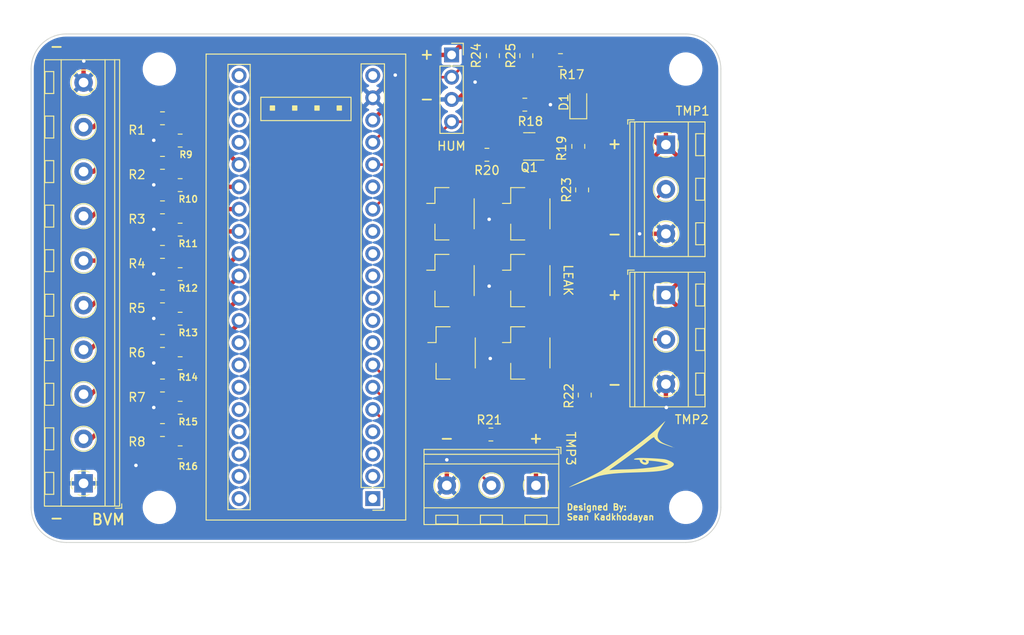
<source format=kicad_pcb>
(kicad_pcb (version 20211014) (generator pcbnew)
  (layers (0 "F.Cu" signal) (31 "B.Cu" power) (34 "B.Paste" user) (35 "F.Paste" user) (36 "B.SilkS" user "B.Silkscreen") (37 "F.SilkS" user "F.Silkscreen") (38 "B.Mask" user) (39 "F.Mask" user) (44 "Edge.Cuts" user))
  (net 0 "")
  (net 1 "GND")
  (net 2 "Net-(D1-Pad2)")
  (net 3 "Net-(J1-Pad2)")
  (net 4 "Net-(J1-Pad3)")
  (net 5 "Net-(J1-Pad4)")
  (net 6 "Net-(J1-Pad5)")
  (net 7 "Net-(J1-Pad6)")
  (net 8 "Net-(J1-Pad7)")
  (net 9 "Net-(J1-Pad8)")
  (net 10 "Net-(J1-Pad9)")
  (net 11 "+5V")
  (net 12 "/SDA")
  (net 13 "/SCL")
  (net 14 "/PB5")
  (net 15 "/PB4")
  (net 16 "/PB3")
  (net 17 "/OUTPUT")
  (net 18 "Net-(Q1-Pad1)")
  (net 19 "SIGNAL")
  (net 20 "Net-(R1-Pad2)")
  (net 21 "Net-(R10-Pad2)")
  (net 22 "Net-(R11-Pad2)")
  (net 23 "Net-(R12-Pad2)")
  (net 24 "Net-(R13-Pad2)")
  (net 25 "Net-(R14-Pad2)")
  (net 26 "Net-(R15-Pad2)")
  (net 27 "Net-(R16-Pad2)")
  (footprint "MountingHole:MountingHole_3.2mm_M3" (layer "F.Cu") (at 108.712 54.61)
    (fp_text reference "H1")
    (fp_text value "MountingHole")
    (pad "" np_thru_hole circle (at 0 0) (size 3.2 3.2) (drill 3.2) (layers F&B.Cu *.Mask))
  )
  (footprint "Resistor_SMD:R_0805_2012Metric_Pad1.20x1.40mm_HandSolder" (layer "F.Cu") (at 111.085 78.01)
    (fp_text reference "R12" (at 0.917 1.6) (layer "F.SilkS") (effects (font (size 0.75 0.75))))
    (fp_text value "1k")
    (pad "1" smd roundrect (at -1 0) (size 1.2 1.4) (layers "F.Cu" "F.Paste" "F.Mask") (roundrect_rratio 0.2083333333) (net 1 "GND"))
    (pad "2" smd roundrect (at 1 0) (size 1.2 1.4) (layers "F.Cu" "F.Paste" "F.Mask") (roundrect_rratio 0.2083333333) (net 23 "Net-(R12-Pad2)"))
  )
  (footprint "Resistor_SMD:R_0805_2012Metric_Pad1.20x1.40mm_HandSolder" (layer "F.Cu") (at 111.085 88.17)
    (fp_text reference "R14" (at 0.917 1.6) (layer "F.SilkS") (effects (font (size 0.75 0.75))))
    (fp_text value "1k")
    (pad "1" smd roundrect (at -1 0) (size 1.2 1.4) (layers "F.Cu" "F.Paste" "F.Mask") (roundrect_rratio 0.2083333333) (net 1 "GND"))
    (pad "2" smd roundrect (at 1 0) (size 1.2 1.4) (layers "F.Cu" "F.Paste" "F.Mask") (roundrect_rratio 0.2083333333) (net 25 "Net-(R14-Pad2)"))
  )
  (footprint "STMBluePill:YAAJ_BluePill_1" (layer "F.Cu") (at 133.04 103.61 180)
    (fp_text reference "U1")
    (fp_text value "STM_Blue_Pill" hide)
    (pad "1" thru_hole rect (at 0 0 180) (size 1.7 1.7) (drill 1) (layers *.Cu *.Mask))
    (pad "2" thru_hole circle (at 0 2.54 180) (size 1.7 1.7) (drill 1) (layers *.Cu *.Mask))
    (pad "3" thru_hole circle (at 0 5.08 180) (size 1.7 1.7) (drill 1) (layers *.Cu *.Mask))
    (pad "4" thru_hole circle (at 0 7.62 180) (size 1.7 1.7) (drill 1) (layers *.Cu *.Mask))
    (pad "5" thru_hole circle (at 0 10.16 180) (size 1.7 1.7) (drill 1) (layers *.Cu *.Mask) (net 16 "/PB3"))
    (pad "6" thru_hole circle (at 0 12.7 180) (size 1.7 1.7) (drill 1) (layers *.Cu *.Mask) (net 15 "/PB4"))
    (pad "7" thru_hole circle (at 0 15.24 180) (size 1.7 1.7) (drill 1) (layers *.Cu *.Mask) (net 14 "/PB5"))
    (pad "8" thru_hole circle (at 0 17.78 180) (size 1.7 1.7) (drill 1) (layers *.Cu *.Mask))
    (pad "9" thru_hole circle (at 0 20.32 180) (size 1.7 1.7) (drill 1) (layers *.Cu *.Mask))
    (pad "10" thru_hole circle (at 0 22.86 180) (size 1.7 1.7) (drill 1) (layers *.Cu *.Mask))
    (pad "11" thru_hole circle (at 0 25.4 180) (size 1.7 1.7) (drill 1) (layers *.Cu *.Mask))
    (pad "12" thru_hole circle (at 0 27.94 180) (size 1.7 1.7) (drill 1) (layers *.Cu *.Mask))
    (pad "13" thru_hole circle (at 0 30.48 180) (size 1.7 1.7) (drill 1) (layers *.Cu *.Mask))
    (pad "14" thru_hole circle (at 0 33.02 180) (size 1.7 1.7) (drill 1) (layers *.Cu *.Mask) (net 19 "SIGNAL"))
    (pad "15" thru_hole circle (at 0 35.56 180) (size 1.7 1.7) (drill 1) (layers *.Cu *.Mask))
    (pad "16" thru_hole circle (at 0 38.1 180) (size 1.7 1.7) (drill 1) (layers *.Cu *.Mask) (net 13 "/SCL"))
    (pad "17" thru_hole circle (at 0 40.64 180) (size 1.7 1.7) (drill 1) (layers *.Cu *.Mask) (net 12 "/SDA"))
    (pad "18" thru_hole circle (at 0 43.18 180) (size 1.7 1.7) (drill 1) (layers *.Cu *.Mask) (net 11 "+5V"))
    (pad "19" thru_hole circle (at 0 45.72 180) (size 1.7 1.7) (drill 1) (layers *.Cu *.Mask) (net 1 "GND"))
    (pad "20" thru_hole circle (at 0 48.26 180) (size 1.7 1.7) (drill 1) (layers *.Cu *.Mask))
    (pad "21" thru_hole circle (at 15.24 48.26 180) (size 1.7 1.7) (drill 1) (layers *.Cu *.Mask))
    (pad "22" thru_hole circle (at 15.24 45.72 180) (size 1.7 1.7) (drill 1) (layers *.Cu *.Mask))
    (pad "23" thru_hole circle (at 15.24 43.18 180) (size 1.7 1.7) (drill 1) (layers *.Cu *.Mask))
    (pad "24" thru_hole circle (at 15.24 40.64 180) (size 1.7 1.7) (drill 1) (layers *.Cu *.Mask))
    (pad "25" thru_hole circle (at 15.24 38.1 180) (size 1.7 1.7) (drill 1) (layers *.Cu *.Mask) (net 20 "Net-(R1-Pad2)"))
    (pad "26" thru_hole circle (at 15.24 35.56 180) (size 1.7 1.7) (drill 1) (layers *.Cu *.Mask) (net 21 "Net-(R10-Pad2)"))
    (pad "27" thru_hole circle (at 15.24 33.02 180) (size 1.7 1.7) (drill 1) (layers *.Cu *.Mask) (net 22 "Net-(R11-Pad2)"))
    (pad "28" thru_hole circle (at 15.24 30.48 180) (size 1.7 1.7) (drill 1) (layers *.Cu *.Mask) (net 23 "Net-(R12-Pad2)"))
    (pad "29" thru_hole circle (at 15.24 27.94 180) (size 1.7 1.7) (drill 1) (layers *.Cu *.Mask) (net 24 "Net-(R13-Pad2)"))
    (pad "30" thru_hole circle (at 15.24 25.4 180) (size 1.7 1.7) (drill 1) (layers *.Cu *.Mask) (net 25 "Net-(R14-Pad2)"))
    (pad "31" thru_hole circle (at 15.24 22.86 180) (size 1.7 1.7) (drill 1) (layers *.Cu *.Mask) (net 26 "Net-(R15-Pad2)"))
    (pad "32" thru_hole circle (at 15.24 20.32 180) (size 1.7 1.7) (drill 1) (layers *.Cu *.Mask) (net 27 "Net-(R16-Pad2)"))
    (pad "33" thru_hole circle (at 15.24 17.78 180) (size 1.7 1.7) (drill 1) (layers *.Cu *.Mask))
    (pad "34" thru_hole circle (at 15.24 15.24 180) (size 1.7 1.7) (drill 1) (layers *.Cu *.Mask))
    (pad "35" thru_hole circle (at 15.24 12.7 180) (size 1.7 1.7) (drill 1) (layers *.Cu *.Mask))
    (pad "36" thru_hole circle (at 15.24 10.16 180) (size 1.7 1.7) (drill 1) (layers *.Cu *.Mask))
    (pad "37" thru_hole circle (at 15.24 7.62 180) (size 1.7 1.7) (drill 1) (layers *.Cu *.Mask))
    (pad "38" thru_hole circle (at 15.24 5.08 180) (size 1.7 1.7) (drill 1) (layers *.Cu *.Mask))
    (pad "39" thru_hole circle (at 15.24 2.54 180) (size 1.7 1.7) (drill 1) (layers *.Cu *.Mask))
    (pad "40" thru_hole circle (at 15.24 0 180) (size 1.7 1.7) (drill 1) (layers *.Cu *.Mask))
  )
  (footprint "Resistor_SMD:R_0805_2012Metric_Pad1.20x1.40mm_HandSolder" (layer "F.Cu") (at 109.07 60.23)
    (fp_text reference "R1" (at -2.91 1.346) (layer "F.SilkS"))
    (fp_text value "1k")
    (pad "1" smd roundrect (at -1 0) (size 1.2 1.4) (layers "F.Cu" "F.Paste" "F.Mask") (roundrect_rratio 0.2083333333) (net 10 "Net-(J1-Pad9)"))
    (pad "2" smd roundrect (at 1 0) (size 1.2 1.4) (layers "F.Cu" "F.Paste" "F.Mask") (roundrect_rratio 0.2083333333) (net 20 "Net-(R1-Pad2)"))
  )
  (footprint "Resistor_SMD:R_0805_2012Metric_Pad1.20x1.40mm_HandSolder" (layer "F.Cu") (at 150.368 58.674 180)
    (fp_text reference "R18" (at -0.635 -1.905) (layer "F.SilkS"))
    (fp_text value "1k")
    (pad "1" smd roundrect (at -1 0 180) (size 1.2 1.4) (layers "F.Cu" "F.Paste" "F.Mask") (roundrect_rratio 0.2083333333) (net 1 "GND"))
    (pad "2" smd roundrect (at 1 0 180) (size 1.2 1.4) (layers "F.Cu" "F.Paste" "F.Mask") (roundrect_rratio 0.2083333333) (net 19 "SIGNAL"))
  )
  (footprint "TerminalBlock_RND:TerminalBlock_RND_205-00240_1x10_P5.08mm_Horizontal" (layer "F.Cu") (at 100.075 101.87 90)
    (fp_text reference "J1")
    (fp_text value "Screw_Terminal_01x10")
    (pad "1" thru_hole rect (at 0 0 90) (size 2.1 2.1) (drill 1.1) (layers *.Cu *.Mask) (net 1 "GND"))
    (pad "2" thru_hole circle (at 5.08 0 90) (size 2.1 2.1) (drill 1.1) (layers *.Cu *.Mask) (net 3 "Net-(J1-Pad2)"))
    (pad "3" thru_hole circle (at 10.16 0 90) (size 2.1 2.1) (drill 1.1) (layers *.Cu *.Mask) (net 4 "Net-(J1-Pad3)"))
    (pad "4" thru_hole circle (at 15.24 0 90) (size 2.1 2.1) (drill 1.1) (layers *.Cu *.Mask) (net 5 "Net-(J1-Pad4)"))
    (pad "5" thru_hole circle (at 20.32 0 90) (size 2.1 2.1) (drill 1.1) (layers *.Cu *.Mask) (net 6 "Net-(J1-Pad5)"))
    (pad "6" thru_hole circle (at 25.4 0 90) (size 2.1 2.1) (drill 1.1) (layers *.Cu *.Mask) (net 7 "Net-(J1-Pad6)"))
    (pad "7" thru_hole circle (at 30.48 0 90) (size 2.1 2.1) (drill 1.1) (layers *.Cu *.Mask) (net 8 "Net-(J1-Pad7)"))
    (pad "8" thru_hole circle (at 35.56 0 90) (size 2.1 2.1) (drill 1.1) (layers *.Cu *.Mask) (net 9 "Net-(J1-Pad8)"))
    (pad "9" thru_hole circle (at 40.64 0 90) (size 2.1 2.1) (drill 1.1) (layers *.Cu *.Mask) (net 10 "Net-(J1-Pad9)"))
    (pad "10" thru_hole circle (at 45.72 0 90) (size 2.1 2.1) (drill 1.1) (layers *.Cu *.Mask) (net 1 "GND"))
  )
  (footprint "Resistor_SMD:R_0805_2012Metric_Pad1.20x1.40mm_HandSolder" (layer "F.Cu") (at 154.432 53.594 180)
    (fp_text reference "R17" (at -1.27 -1.65) (layer "F.SilkS"))
    (fp_text value "240")
    (pad "1" smd roundrect (at -1 0 180) (size 1.2 1.4) (layers "F.Cu" "F.Paste" "F.Mask") (roundrect_rratio 0.2083333333) (net 2 "Net-(D1-Pad2)"))
    (pad "2" smd roundrect (at 1 0 180) (size 1.2 1.4) (layers "F.Cu" "F.Paste" "F.Mask") (roundrect_rratio 0.2083333333) (net 19 "SIGNAL"))
  )
  (footprint "Resistor_SMD:R_0805_2012Metric_Pad1.20x1.40mm_HandSolder" (layer "F.Cu") (at 146.5 96.3 180)
    (fp_text reference "R21" (at 0.181 1.666) (layer "F.SilkS"))
    (fp_text value "5k")
    (pad "1" smd roundrect (at -1 0 180) (size 1.2 1.4) (layers "F.Cu" "F.Paste" "F.Mask") (roundrect_rratio 0.2083333333) (net 11 "+5V"))
    (pad "2" smd roundrect (at 1 0 180) (size 1.2 1.4) (layers "F.Cu" "F.Paste" "F.Mask") (roundrect_rratio 0.2083333333) (net 16 "/PB3"))
  )
  (footprint "Resistor_SMD:R_0805_2012Metric_Pad1.20x1.40mm_HandSolder" (layer "F.Cu") (at 146.7335 53.086 -90)
    (fp_text reference "R24" (at 0 1.905 90) (layer "F.SilkS"))
    (fp_text value "10k")
    (pad "1" smd roundrect (at -1 0 270) (size 1.2 1.4) (layers "F.Cu" "F.Paste" "F.Mask") (roundrect_rratio 0.2083333333) (net 11 "+5V"))
    (pad "2" smd roundrect (at 1 0 270) (size 1.2 1.4) (layers "F.Cu" "F.Paste" "F.Mask") (roundrect_rratio 0.2083333333) (net 12 "/SDA"))
  )
  (footprint "Resistor_SMD:R_0805_2012Metric_Pad1.20x1.40mm_HandSolder" (layer "F.Cu") (at 109.07 85.63)
    (fp_text reference "R6" (at -2.91 1.346) (layer "F.SilkS"))
    (fp_text value "1k")
    (pad "1" smd roundrect (at -1 0) (size 1.2 1.4) (layers "F.Cu" "F.Paste" "F.Mask") (roundrect_rratio 0.2083333333) (net 5 "Net-(J1-Pad4)"))
    (pad "2" smd roundrect (at 1 0) (size 1.2 1.4) (layers "F.Cu" "F.Paste" "F.Mask") (roundrect_rratio 0.2083333333) (net 25 "Net-(R14-Pad2)"))
  )
  (footprint "Resistor_SMD:R_0805_2012Metric_Pad1.20x1.40mm_HandSolder" (layer "F.Cu") (at 156.9 68.4 -90)
    (fp_text reference "R23" (at 0 1.778 90) (layer "F.SilkS"))
    (fp_text value "5k")
    (pad "1" smd roundrect (at -1 0 270) (size 1.2 1.4) (layers "F.Cu" "F.Paste" "F.Mask") (roundrect_rratio 0.2083333333) (net 11 "+5V"))
    (pad "2" smd roundrect (at 1 0 270) (size 1.2 1.4) (layers "F.Cu" "F.Paste" "F.Mask") (roundrect_rratio 0.2083333333) (net 14 "/PB5"))
  )
  (footprint "LOGO" (layer "F.Cu") (at 161.6 99.7)
    (fp_text reference "G***")
    (fp_text value "LOGO" hide)
  )
  (footprint "Resistor_SMD:R_0805_2012Metric_Pad1.20x1.40mm_HandSolder" (layer "F.Cu") (at 156.464 63.434 -90)
    (fp_text reference "R19" (at 0.227064 1.905 90) (layer "F.SilkS"))
    (fp_text value "27k")
    (pad "1" smd roundrect (at -1 0 270) (size 1.2 1.4) (layers "F.Cu" "F.Paste" "F.Mask") (roundrect_rratio 0.2083333333) (net 11 "+5V"))
    (pad "2" smd roundrect (at 1 0 270) (size 1.2 1.4) (layers "F.Cu" "F.Paste" "F.Mask") (roundrect_rratio 0.2083333333) (net 18 "Net-(Q1-Pad1)"))
  )
  (footprint "Resistor_SMD:R_0805_2012Metric_Pad1.20x1.40mm_HandSolder" (layer "F.Cu") (at 109.07 65.31)
    (fp_text reference "R2" (at -2.91 1.346) (layer "F.SilkS"))
    (fp_text value "1k")
    (pad "1" smd roundrect (at -1 0) (size 1.2 1.4) (layers "F.Cu" "F.Paste" "F.Mask") (roundrect_rratio 0.2083333333) (net 9 "Net-(J1-Pad8)"))
    (pad "2" smd roundrect (at 1 0) (size 1.2 1.4) (layers "F.Cu" "F.Paste" "F.Mask") (roundrect_rratio 0.2083333333) (net 21 "Net-(R10-Pad2)"))
  )
  (footprint "MountingHole:MountingHole_3.2mm_M3" (layer "F.Cu") (at 168.712 104.61)
    (fp_text reference "H3")
    (fp_text value "MountingHole")
    (pad "" np_thru_hole circle (at 0 0) (size 3.2 3.2) (drill 3.2) (layers F&B.Cu *.Mask))
  )
  (footprint "Resistor_SMD:R_0805_2012Metric_Pad1.20x1.40mm_HandSolder" (layer "F.Cu") (at 109.07 80.55)
    (fp_text reference "R5" (at -2.91 1.346) (layer "F.SilkS"))
    (fp_text value "1k")
    (pad "1" smd roundrect (at -1 0) (size 1.2 1.4) (layers "F.Cu" "F.Paste" "F.Mask") (roundrect_rratio 0.2083333333) (net 6 "Net-(J1-Pad5)"))
    (pad "2" smd roundrect (at 1 0) (size 1.2 1.4) (layers "F.Cu" "F.Paste" "F.Mask") (roundrect_rratio 0.2083333333) (net 24 "Net-(R13-Pad2)"))
  )
  (footprint "Package_TO_SOT_SMD:SOT-23" (layer "F.Cu") (at 150.876 63.434 180)
    (fp_text reference "Q1" (at 0 -2.4) (layer "F.SilkS"))
    (fp_text value "MMBT3906")
    (pad "1" smd roundrect (at -0.9375 -0.95 180) (size 1.475 0.6) (layers "F.Cu" "F.Paste" "F.Mask") (net 18 "Net-(Q1-Pad1)"))
    (pad "2" smd roundrect (at -0.9375 0.95 180) (size 1.475 0.6) (layers "F.Cu" "F.Paste" "F.Mask") (net 11 "+5V"))
    (pad "3" smd roundrect (at 0.9375 0 180) (size 1.475 0.6) (layers "F.Cu" "F.Paste" "F.Mask") (net 19 "SIGNAL"))
  )
  (footprint "MountingHole:MountingHole_3.2mm_M3" (layer "F.Cu") (at 108.712 104.61)
    (fp_text reference "H4")
    (fp_text value "MountingHole")
    (pad "" np_thru_hole circle (at 0 0) (size 3.2 3.2) (drill 3.2) (layers F&B.Cu *.Mask))
  )
  (footprint "Connector_JST:JST_GH_BM02B-GHS-TBT_1x02-1MP_P1.25mm_Vertical" (layer "F.Cu") (at 150.622 86.995 -90)
    (fp_text reference "J11")
    (fp_text value "Probe_JST_01x02")
    (pad "1" smd roundrect (at -0.625 1.95 270) (size 0.6 1.7) (layers "F.Cu" "F.Paste" "F.Mask") (net 17 "/OUTPUT"))
    (pad "2" smd roundrect (at 0.625 1.95 270) (size 0.6 1.7) (layers "F.Cu" "F.Paste" "F.Mask") (net 1 "GND"))
    (pad "MP" smd roundrect (at -2.475 -1.4 270) (size 1 2.8) (layers "F.Cu" "F.Paste" "F.Mask"))
    (pad "MP" smd roundrect (at 2.475 -1.4 270) (size 1 2.8) (layers "F.Cu" "F.Paste" "F.Mask"))
  )
  (footprint "Resistor_SMD:R_0805_2012Metric_Pad1.20x1.40mm_HandSolder" (layer "F.Cu") (at 111.085 98.33)
    (fp_text reference "R16" (at 0.917 1.6) (layer "F.SilkS") (effects (font (size 0.75 0.75))))
    (fp_text value "1k")
    (pad "1" smd roundrect (at -1 0) (size 1.2 1.4) (layers "F.Cu" "F.Paste" "F.Mask") (roundrect_rratio 0.2083333333) (net 1 "GND"))
    (pad "2" smd roundrect (at 1 0) (size 1.2 1.4) (layers "F.Cu" "F.Paste" "F.Mask") (roundrect_rratio 0.2083333333) (net 27 "Net-(R16-Pad2)"))
  )
  (footprint "MountingHole:MountingHole_3.2mm_M3" (layer "F.Cu") (at 168.712 54.61)
    (fp_text reference "H2")
    (fp_text value "MountingHole")
    (pad "" np_thru_hole circle (at 0 0) (size 3.2 3.2) (drill 3.2) (layers F&B.Cu *.Mask))
  )
  (footprint "Resistor_SMD:R_0805_2012Metric_Pad1.20x1.40mm_HandSolder" (layer "F.Cu") (at 109.07 90.71)
    (fp_text reference "R7" (at -2.91 1.346) (layer "F.SilkS"))
    (fp_text value "1k")
    (pad "1" smd roundrect (at -1 0) (size 1.2 1.4) (layers "F.Cu" "F.Paste" "F.Mask") (roundrect_rratio 0.2083333333) (net 4 "Net-(J1-Pad3)"))
    (pad "2" smd roundrect (at 1 0) (size 1.2 1.4) (layers "F.Cu" "F.Paste" "F.Mask") (roundrect_rratio 0.2083333333) (net 26 "Net-(R15-Pad2)"))
  )
  (footprint "Resistor_SMD:R_0805_2012Metric_Pad1.20x1.40mm_HandSolder" (layer "F.Cu") (at 109.07 95.79)
    (fp_text reference "R8" (at -2.91 1.346) (layer "F.SilkS"))
    (fp_text value "1k")
    (pad "1" smd roundrect (at -1 0) (size 1.2 1.4) (layers "F.Cu" "F.Paste" "F.Mask") (roundrect_rratio 0.2083333333) (net 3 "Net-(J1-Pad2)"))
    (pad "2" smd roundrect (at 1 0) (size 1.2 1.4) (layers "F.Cu" "F.Paste" "F.Mask") (roundrect_rratio 0.2083333333) (net 27 "Net-(R16-Pad2)"))
  )
  (footprint "Resistor_SMD:R_0805_2012Metric_Pad1.20x1.40mm_HandSolder" (layer "F.Cu") (at 111.085 67.85)
    (fp_text reference "R10" (at 0.917 1.6) (layer "F.SilkS") (effects (font (size 0.75 0.75))))
    (fp_text value "1k")
    (pad "1" smd roundrect (at -1 0) (size 1.2 1.4) (layers "F.Cu" "F.Paste" "F.Mask") (roundrect_rratio 0.2083333333) (net 1 "GND"))
    (pad "2" smd roundrect (at 1 0) (size 1.2 1.4) (layers "F.Cu" "F.Paste" "F.Mask") (roundrect_rratio 0.2083333333) (net 21 "Net-(R10-Pad2)"))
  )
  (footprint "Connector_PinSocket_2.54mm:PinSocket_1x04_P2.54mm_Vertical" (layer "F.Cu") (at 142.025 53)
    (fp_text reference "J2")
    (fp_text value "Humidity_01x04_Pin_Socket")
    (pad "1" thru_hole rect (at 0 0) (size 1.7 1.7) (drill 1) (layers *.Cu *.Mask) (net 11 "+5V"))
    (pad "2" thru_hole oval (at 0 2.54) (size 1.7 1.7) (drill 1) (layers *.Cu *.Mask) (net 12 "/SDA"))
    (pad "3" thru_hole oval (at 0 5.08) (size 1.7 1.7) (drill 1) (layers *.Cu *.Mask) (net 1 "GND"))
    (pad "4" thru_hole oval (at 0 7.62) (size 1.7 1.7) (drill 1) (layers *.Cu *.Mask) (net 13 "/SCL"))
  )
  (footprint "TerminalBlock_RND:TerminalBlock_RND_205-00233_1x03_P5.08mm_Horizontal" (layer "F.Cu") (at 166.449 63.241 -90)
    (fp_text reference "J3")
    (fp_text value "Temp_Screw_Terminal_01x03")
    (pad "1" thru_hole rect (at 0 0 270) (size 2.1 2.1) (drill 1.1) (layers *.Cu *.Mask) (net 11 "+5V"))
    (pad "2" thru_hole circle (at 5.08 0 270) (size 2.1 2.1) (drill 1.1) (layers *.Cu *.Mask) (net 14 "/PB5"))
    (pad "3" thru_hole circle (at 10.16 0 270) (size 2.1 2.1) (drill 1.1) (layers *.Cu *.Mask) (net 1 "GND"))
  )
  (footprint "Resistor_SMD:R_0805_2012Metric_Pad1.20x1.40mm_HandSolder" (layer "F.Cu") (at 150.5435 53.086 -90)
    (fp_text reference "R25" (at 0 1.778 90) (layer "F.SilkS"))
    (fp_text value "10k")
    (pad "1" smd roundrect (at -1 0 270) (size 1.2 1.4) (layers "F.Cu" "F.Paste" "F.Mask") (roundrect_rratio 0.2083333333) (net 11 "+5V"))
    (pad "2" smd roundrect (at 1 0 270) (size 1.2 1.4) (layers "F.Cu" "F.Paste" "F.Mask") (roundrect_rratio 0.2083333333) (net 13 "/SCL"))
  )
  (footprint "Resistor_SMD:R_0805_2012Metric_Pad1.20x1.40mm_HandSolder" (layer "F.Cu") (at 146.05 64.389)
    (fp_text reference "R20" (at 0 1.778) (layer "F.SilkS"))
    (fp_text value "1k")
    (pad "1" smd roundrect (at -1 0) (size 1.2 1.4) (layers "F.Cu" "F.Paste" "F.Mask") (roundrect_rratio 0.2083333333) (net 17 "/OUTPUT"))
    (pad "2" smd roundrect (at 1 0) (size 1.2 1.4) (layers "F.Cu" "F.Paste" "F.Mask") (roundrect_rratio 0.2083333333) (net 18 "Net-(Q1-Pad1)"))
  )
  (footprint "Resistor_SMD:R_0805_2012Metric_Pad1.20x1.40mm_HandSolder" (layer "F.Cu") (at 111.085 83.09)
    (fp_text reference "R13" (at 0.917 1.6) (layer "F.SilkS") (effects (font (size 0.75 0.75))))
    (fp_text value "1k")
    (pad "1" smd roundrect (at -1 0) (size 1.2 1.4) (layers "F.Cu" "F.Paste" "F.Mask") (roundrect_rratio 0.2083333333) (net 1 "GND"))
    (pad "2" smd roundrect (at 1 0) (size 1.2 1.4) (layers "F.Cu" "F.Paste" "F.Mask") (roundrect_rratio 0.2083333333) (net 24 "Net-(R13-Pad2)"))
  )
  (footprint "Connector_JST:JST_GH_BM02B-GHS-TBT_1x02-1MP_P1.25mm_Vertical" (layer "F.Cu") (at 142.113 86.995 -90)
    (fp_text reference "J8")
    (fp_text value "Probe_JST_01x02")
    (pad "1" smd roundrect (at -0.625 1.95 270) (size 0.6 1.7) (layers "F.Cu" "F.Paste" "F.Mask") (net 17 "/OUTPUT"))
    (pad "2" smd roundrect (at 0.625 1.95 270) (size 0.6 1.7) (layers "F.Cu" "F.Paste" "F.Mask") (net 1 "GND"))
    (pad "MP" smd roundrect (at -2.475 -1.4 270) (size 1 2.8) (layers "F.Cu" "F.Paste" "F.Mask"))
    (pad "MP" smd roundrect (at 2.475 -1.4 270) (size 1 2.8) (layers "F.Cu" "F.Paste" "F.Mask"))
  )
  (footprint "TerminalBlock_RND:TerminalBlock_RND_205-00233_1x03_P5.08mm_Horizontal" (layer "F.Cu") (at 151.638 102.108 180)
    (fp_text reference "J5")
    (fp_text value "Temp_Screw_Terminal_01x03")
    (pad "1" thru_hole rect (at 0 0 180) (size 2.1 2.1) (drill 1.1) (layers *.Cu *.Mask) (net 11 "+5V"))
    (pad "2" thru_hole circle (at 5.08 0 180) (size 2.1 2.1) (drill 1.1) (layers *.Cu *.Mask) (net 16 "/PB3"))
    (pad "3" thru_hole circle (at 10.16 0 180) (size 2.1 2.1) (drill 1.1) (layers *.Cu *.Mask) (net 1 "GND"))
  )
  (footprint "LED_SMD:LED_0805_2012Metric_Pad1.15x1.40mm_HandSolder" (layer "F.Cu") (at 156.464 58.42 90)
    (fp_text reference "D1" (at 0 -1.65 90) (layer "F.SilkS"))
    (fp_text value "LED")
    (pad "1" smd roundrect (at -1.025 0 90) (size 1.15 1.4) (layers "F.Cu" "F.Paste" "F.Mask") (roundrect_rratio 0.2173913043) (net 1 "GND"))
    (pad "2" smd roundrect (at 1.025 0 90) (size 1.15 1.4) (layers "F.Cu" "F.Paste" "F.Mask") (roundrect_rratio 0.2173913043) (net 2 "Net-(D1-Pad2)"))
  )
  (footprint "Resistor_SMD:R_0805_2012Metric_Pad1.20x1.40mm_HandSolder" (layer "F.Cu") (at 157.2 91.8 90)
    (fp_text reference "R22" (at -0.1 -1.8 90) (layer "F.SilkS"))
    (fp_text value "5k")
    (pad "1" smd roundrect (at -1 0 90) (size 1.2 1.4) (layers "F.Cu" "F.Paste" "F.Mask") (roundrect_rratio 0.2083333333) (net 11 "+5V"))
    (pad "2" smd roundrect (at 1 0 90) (size 1.2 1.4) (layers "F.Cu" "F.Paste" "F.Mask") (roundrect_rratio 0.2083333333) (net 15 "/PB4"))
  )
  (footprint "Resistor_SMD:R_0805_2012Metric_Pad1.20x1.40mm_HandSolder" (layer "F.Cu") (at 111.085 72.93)
    (fp_text reference "R11" (at 0.917 1.6) (layer "F.SilkS") (effects (font (size 0.75 0.75))))
    (fp_text value "1k")
    (pad "1" smd roundrect (at -1 0) (size 1.2 1.4) (layers "F.Cu" "F.Paste" "F.Mask") (roundrect_rratio 0.2083333333) (net 1 "GND"))
    (pad "2" smd roundrect (at 1 0) (size 1.2 1.4) (layers "F.Cu" "F.Paste" "F.Mask") (roundrect_rratio 0.2083333333) (net 22 "Net-(R11-Pad2)"))
  )
  (footprint "Resistor_SMD:R_0805_2012Metric_Pad1.20x1.40mm_HandSolder" (layer "F.Cu") (at 109.07 70.39)
    (fp_text reference "R3" (at -2.91 1.346) (layer "F.SilkS"))
    (fp_text value "1k")
    (pad "1" smd roundrect (at -1 0) (size 1.2 1.4) (layers "F.Cu" "F.Paste" "F.Mask") (roundrect_rratio 0.2083333333) (net 8 "Net-(J1-Pad7)"))
    (pad "2" smd roundrect (at 1 0) (size 1.2 1.4) (layers "F.Cu" "F.Paste" "F.Mask") (roundrect_rratio 0.2083333333) (net 22 "Net-(R11-Pad2)"))
  )
  (footprint "Resistor_SMD:R_0805_2012Metric_Pad1.20x1.40mm_HandSolder" (layer "F.Cu") (at 111.085 62.77)
    (fp_text reference "R9" (at 0.663 1.6) (layer "F.SilkS") (effects (font (size 0.75 0.75))))
    (fp_text value "1k")
    (pad "1" smd roundrect (at -1 0) (size 1.2 1.4) (layers "F.Cu" "F.Paste" "F.Mask") (roundrect_rratio 0.2083333333) (net 1 "GND"))
    (pad "2" smd roundrect (at 1 0) (size 1.2 1.4) (layers "F.Cu" "F.Paste" "F.Mask") (roundrect_rratio 0.2083333333) (net 20 "Net-(R1-Pad2)"))
  )
  (footprint "Connector_JST:JST_GH_BM02B-GHS-TBT_1x02-1MP_P1.25mm_Vertical" (layer "F.Cu") (at 150.622 78.74 -90)
    (fp_text reference "J10")
    (fp_text value "Probe_JST_01x02")
    (pad "1" smd roundrect (at -0.625 1.95 270) (size 0.6 1.7) (layers "F.Cu" "F.Paste" "F.Mask") (net 17 "/OUTPUT"))
    (pad "2" smd roundrect (at 0.625 1.95 270) (size 0.6 1.7) (layers "F.Cu" "F.Paste" "F.Mask") (net 1 "GND"))
    (pad "MP" smd roundrect (at -2.475 -1.4 270) (size 1 2.8) (layers "F.Cu" "F.Paste" "F.Mask"))
    (pad "MP" smd roundrect (at 2.475 -1.4 270) (size 1 2.8) (layers "F.Cu" "F.Paste" "F.Mask"))
  )
  (footprint "Connector_JST:JST_GH_BM02B-GHS-TBT_1x02-1MP_P1.25mm_Vertical" (layer "F.Cu") (at 150.622 71.12 -90)
    (fp_text reference "J9")
    (fp_text value "Probe_JST_01x02")
    (pad "1" smd roundrect (at -0.625 1.95 270) (size 0.6 1.7) (layers "F.Cu" "F.Paste" "F.Mask") (net 17 "/OUTPUT"))
    (pad "2" smd roundrect (at 0.625 1.95 270) (size 0.6 1.7) (layers "F.Cu" "F.Paste" "F.Mask") (net 1 "GND"))
    (pad "MP" smd roundrect (at -2.475 -1.4 270) (size 1 2.8) (layers "F.Cu" "F.Paste" "F.Mask"))
    (pad "MP" smd roundrect (at 2.475 -1.4 270) (size 1 2.8) (layers "F.Cu" "F.Paste" "F.Mask"))
  )
  (footprint "Resistor_SMD:R_0805_2012Metric_Pad1.20x1.40mm_HandSolder" (layer "F.Cu") (at 109.07 75.47)
    (fp_text reference "R4" (at -2.91 1.346) (layer "F.SilkS"))
    (fp_text value "1k")
    (pad "1" smd roundrect (at -1 0) (size 1.2 1.4) (layers "F.Cu" "F.Paste" "F.Mask") (roundrect_rratio 0.2083333333) (net 7 "Net-(J1-Pad6)"))
    (pad "2" smd roundrect (at 1 0) (size 1.2 1.4) (layers "F.Cu" "F.Paste" "F.Mask") (roundrect_rratio 0.2083333333) (net 23 "Net-(R12-Pad2)"))
  )
  (footprint "Resistor_SMD:R_0805_2012Metric_Pad1.20x1.40mm_HandSolder" (layer "F.Cu") (at 111.085 93.25)
    (fp_text reference "R15" (at 0.917 1.6) (layer "F.SilkS") (effects (font (size 0.75 0.75))))
    (fp_text value "1k")
    (pad "1" smd roundrect (at -1 0) (size 1.2 1.4) (layers "F.Cu" "F.Paste" "F.Mask") (roundrect_rratio 0.2083333333) (net 1 "GND"))
    (pad "2" smd roundrect (at 1 0) (size 1.2 1.4) (layers "F.Cu" "F.Paste" "F.Mask") (roundrect_rratio 0.2083333333) (net 26 "Net-(R15-Pad2)"))
  )
  (footprint "Connector_JST:JST_GH_BM02B-GHS-TBT_1x02-1MP_P1.25mm_Vertical" (layer "F.Cu") (at 141.986 78.74 -90)
    (fp_text reference "J7")
    (fp_text value "Probe_JST_01x02")
    (pad "1" smd roundrect (at -0.625 1.95 270) (size 0.6 1.7) (layers "F.Cu" "F.Paste" "F.Mask") (net 17 "/OUTPUT"))
    (pad "2" smd roundrect (at 0.625 1.95 270) (size 0.6 1.7) (layers "F.Cu" "F.Paste" "F.Mask") (net 1 "GND"))
    (pad "MP" smd roundrect (at 2.475 -1.4 270) (size 1 2.8) (layers "F.Cu" "F.Paste" "F.Mask"))
    (pad "MP" smd roundrect (at -2.475 -1.4 270) (size 1 2.8) (layers "F.Cu" "F.Paste" "F.Mask"))
  )
  (footprint "TerminalBlock_RND:TerminalBlock_RND_205-00233_1x03_P5.08mm_Horizontal" (layer "F.Cu") (at 166.449 80.386 -90)
    (fp_text reference "J4")
    (fp_text value "Temp_Screw_Terminal_01x03")
    (pad "1" thru_hole rect (at 0 0 270) (size 2.1 2.1) (drill 1.1) (layers *.Cu *.Mask) (net 11 "+5V"))
    (pad "2" thru_hole circle (at 5.08 0 270) (size 2.1 2.1) (drill 1.1) (layers *.Cu *.Mask) (net 15 "/PB4"))
    (pad "3" thru_hole circle (at 10.16 0 270) (size 2.1 2.1) (drill 1.1) (layers *.Cu *.Mask) (net 1 "GND"))
  )
  (footprint "Connector_JST:JST_GH_BM02B-GHS-TBT_1x02-1MP_P1.25mm_Vertical" (layer "F.Cu") (at 141.986 71.12 -90)
    (fp_text reference "J6")
    (fp_text value "Probe_JST_01x02")
    (pad "1" smd roundrect (at -0.625 1.95 270) (size 0.6 1.7) (layers "F.Cu" "F.Paste" "F.Mask") (net 17 "/OUTPUT"))
    (pad "2" smd roundrect (at 0.625 1.95 270) (size 0.6 1.7) (layers "F.Cu" "F.Paste" "F.Mask") (net 1 "GND"))
    (pad "MP" smd roundrect (at -2.475 -1.4 270) (size 1 2.8) (layers "F.Cu" "F.Paste" "F.Mask"))
    (pad "MP" smd roundrect (at 2.475 -1.4 270) (size 1 2.8) (layers "F.Cu" "F.Paste" "F.Mask"))
  )
  (gr_arc (start 98.1 108.61) (mid 95.271573 107.438427) (end 94.1 104.61) (layer "Edge.Cuts") (width 0.1))
  (gr_arc (start 168.712 50.61) (mid 171.540427 51.781573) (end 172.712 54.61) (layer "Edge.Cuts") (width 0.1))
  (gr_line (start 168.712 50.61) (end 98.1 50.61) (layer "Edge.Cuts") (width 0.1))
  (gr_arc (start 94.1 54.61) (mid 95.271573 51.781573) (end 98.1 50.61) (layer "Edge.Cuts") (width 0.1))
  (gr_arc (start 172.712 104.61) (mid 171.540427 107.438427) (end 168.712 108.61) (layer "Edge.Cuts") (width 0.1))
  (gr_line (start 94.1 54.61) (end 94.1 104.61) (layer "Edge.Cuts") (width 0.1))
  (gr_line (start 172.712 104.61) (end 172.712 54.61) (layer "Edge.Cuts") (width 0.1))
  (gr_line (start 168.712 108.61) (end 98.1 108.61) (layer "Edge.Cuts") (width 0.1))
  (gr_text "TMP1" (at 169.5 59.4) (layer "F.SilkS") (effects (font (size 1 1))))
  (gr_text "+" (at 139.2 52.9) (layer "F.SilkS") (effects (font (size 1.25 1.25) (thickness 0.2))))
  (gr_text "TMP2" (at 169.4 94.6) (layer "F.SilkS") (effects (font (size 1 1))))
  (gr_text "-" (at 97 105.8) (layer "F.SilkS") (effects (font (size 1.25 1.25) (thickness 0.2))))
  (gr_text "-" (at 97 52) (layer "F.SilkS") (effects (font (size 1.25 1.25) (thickness 0.2))))
  (gr_text "+" (at 160.6 63.1) (layer "F.SilkS") (effects (font (size 1.25 1.25) (thickness 0.2))))
  (gr_text "BVM" (at 102.9 106) (layer "F.SilkS") (effects (font (size 1.25 1.25) (thickness 0.2))))
  (gr_text "-" (at 141.478 96.7) (layer "F.SilkS") (effects (font (size 1.25 1.25) (thickness 0.2))))
  (gr_text "-" (at 160.6 73.401) (layer "F.SilkS") (effects (font (size 1.25 1.25) (thickness 0.2))))
  (gr_text "-" (at 160.6 90.546) (layer "F.SilkS") (effects (font (size 1.25 1.25) (thickness 0.2))))
  (gr_text "LEAK" (at 155.3 78.7 270) (layer "F.SilkS") (effects (font (size 1 1))))
  (gr_text "Designed By:\nSean Kadkhodayan" (at 155.067 105.156) (layer "F.SilkS") (effects (font (size 0.7 0.7)) (justify left)))
  (gr_text "+" (at 160.6 80.3) (layer "F.SilkS") (effects (font (size 1.25 1.25) (thickness 0.2))))
  (gr_text "-" (at 139.2 58) (layer "F.SilkS") (effects (font (size 1.25 1.25) (thickness 0.2))))
  (gr_text "+" (at 151.638 96.7) (layer "F.SilkS") (effects (font (size 1.25 1.25) (thickness 0.2))))
  (gr_text "TMP3" (at 155.6 97.9 270) (layer "F.SilkS") (effects (font (size 1 1))))
  (gr_text "HUM" (at 142 63.4) (layer "F.SilkS") (effects (font (size 1 1))))
  (segment (start 110.085 78.01) (end 108.109 78.01) (width 0.5) (layer "F.Cu") (net 1))
  (segment (start 142.72 58.08) (end 144.7 56.1) (width 0.5) (layer "F.Cu") (net 1))
  (segment (start 106.045 99.822) (end 103.997 101.87) (width 0.5) (layer "F.Cu") (net 1))
  (segment (start 156.464 59.445) (end 154.06 59.445) (width 0.5) (layer "F.Cu") (net 1))
  (segment (start 108.109 62.77) (end 108.077 62.738) (width 0.5) (layer "F.Cu") (net 1))
  (segment (start 166.449 93.17) (end 166.497 93.218) (width 0.5) (layer "F.Cu") (net 1))
  (segment (start 140.036 71.745) (end 146.294 71.745) (width 0.5) (layer "F.Cu") (net 1))
  (segment (start 151.368 58.674) (end 153.289 58.674) (width 0.5) (layer "F.Cu") (net 1))
  (segment (start 107.537 98.33) (end 106.045 99.822) (width 0.5) (layer "F.Cu") (net 1))
  (segment (start 166.449 73.401) (end 163.454 73.401) (width 0.5) (layer "F.Cu") (net 1))
  (segment (start 110.085 72.93) (end 108.109 72.93) (width 0.5) (layer "F.Cu") (net 1))
  (segment (start 146.421 87.62) (end 146.431 87.63) (width 0.5) (layer "F.Cu") (net 1))
  (segment (start 108.109 72.93) (end 108.077 72.898) (width 0.5) (layer "F.Cu") (net 1))
  (segment (start 100.075 56.15) (end 100.075 53.725) (width 0.5) (layer "F.Cu") (net 1))
  (segment (start 110.085 67.85) (end 108.109 67.85) (width 0.5) (layer "F.Cu") (net 1))
  (segment (start 110.085 93.25) (end 108.109 93.25) (width 0.5) (layer "F.Cu") (net 1))
  (segment (start 141.478 102.108) (end 141.478 99.187) (width 0.5) (layer "F.Cu") (net 1))
  (segment (start 108.109 88.17) (end 108.077 88.138) (width 0.5) (layer "F.Cu") (net 1))
  (segment (start 146.294 79.365) (end 140.036 79.365) (width 0.5) (layer "F.Cu") (net 1))
  (segment (start 146.314 71.745) (end 146.304 71.755) (width 0.5) (layer "F.Cu") (net 1))
  (segment (start 108.109 67.85) (end 108.077 67.818) (width 0.5) (layer "F.Cu") (net 1))
  (segment (start 108.109 93.25) (end 108.077 93.218) (width 0.5) (layer "F.Cu") (net 1))
  (segment (start 146.314 79.365) (end 146.304 79.375) (width 0.5) (layer "F.Cu") (net 1))
  (segment (start 142.025 58.08) (end 142.72 58.08) (width 0.5) (layer "F.Cu") (net 1))
  (segment (start 103.997 101.87) (end 100.075 101.87) (width 0.5) (layer "F.Cu") (net 1))
  (segment (start 108.109 78.01) (end 108.077 77.978) (width 0.5) (layer "F.Cu") (net 1))
  (segment (start 146.441 87.62) (end 146.431 87.63) (width 0.5) (layer "F.Cu") (net 1))
  (segment (start 100.075 53.725) (end 100.1 53.7) (width 0.5) (layer "F.Cu") (net 1))
  (segment (start 108.109 83.09) (end 108.077 83.058) (width 0.5) (layer "F.Cu") (net 1))
  (segment (start 110.085 88.17) (end 108.109 88.17) (width 0.5) (layer "F.Cu") (net 1))
  (segment (start 163.454 73.401) (end 163.449 73.406) (width 0.5) (layer "F.Cu") (net 1))
  (segment (start 146.294 71.745) (end 146.304 71.755) (width 0.5) (layer "F.Cu") (net 1))
  (segment (start 148.672 71.745) (end 146.314 71.745) (width 0.5) (layer "F.Cu") (net 1))
  (segment (start 110.085 62.77) (end 108.109 62.77) (width 0.5) (layer "F.Cu") (net 1))
  (segment (start 133.04 57.89) (end 133.04 57.86) (width 0.5) (layer "F.Cu") (net 1))
  (segment (start 166.449 90.546) (end 166.449 93.17) (width 0.5) (layer "F.Cu") (net 1))
  (segment (start 146.304 79.375) (end 146.294 79.365) (width 0.5) (layer "F.Cu") (net 1))
  (segment (start 148.672 79.365) (end 146.314 79.365) (width 0.5) (layer "F.Cu") (net 1))
  (segment (start 110.085 98.33) (end 107.537 98.33) (width 0.5) (layer "F.Cu") (net 1))
  (segment (start 140.163 87.62) (end 146.421 87.62) (width 0.5) (layer "F.Cu") (net 1))
  (segment (start 110.085 83.09) (end 108.109 83.09) (width 0.5) (layer "F.Cu") (net 1))
  (segment (start 133.04 57.86) (end 135.6 55.3) (width 0.5) (layer "F.Cu") (net 1))
  (segment (start 148.672 87.62) (end 146.441 87.62) (width 0.5) (layer "F.Cu") (net 1))
  (segment (start 154.06 59.445) (end 153.289 58.674) (width 0.5) (layer "F.Cu") (net 1))
  (via (at 108.077 83.058) (size 0.8) (drill 0.4) (layers "F.Cu" "B.Cu") (net 1))
  (via (at 108.077 62.738) (size 0.8) (drill 0.4) (layers "F.Cu" "B.Cu") (net 1))
  (via (at 144.7 56.1) (size 0.8) (drill 0.4) (layers "F.Cu" "B.Cu") (net 1))
  (via (at 108.077 67.818) (size 0.8) (drill 0.4) (layers "F.Cu" "B.Cu") (net 1))
  (via (at 135.6 55.3) (size 0.8) (drill 0.4) (layers "F.Cu" "B.Cu") (net 1))
  (via (at 100.1 53.7) (size 0.8) (drill 0.4) (layers "F.Cu" "B.Cu") (net 1))
  (via (at 106.045 99.822) (size 0.8) (drill 0.4) (layers "F.Cu" "B.Cu") (net 1))
  (via (at 153.289 58.674) (size 0.8) (drill 0.4) (layers "F.Cu" "B.Cu") (net 1))
  (via (at 108.077 77.978) (size 0.8) (drill 0.4) (layers "F.Cu" "B.Cu") (net 1))
  (via (at 146.304 79.375) (size 0.8) (drill 0.4) (layers "F.Cu" "B.Cu") (net 1))
  (via (at 141.478 99.187) (size 0.8) (drill 0.4) (layers "F.Cu" "B.Cu") (net 1))
  (via (at 166.497 93.218) (size 0.8) (drill 0.4) (layers "F.Cu" "B.Cu") (net 1))
  (via (at 163.449 73.406) (size 0.8) (drill 0.4) (layers "F.Cu" "B.Cu") (net 1))
  (via (at 146.431 87.63) (size 0.8) (drill 0.4) (layers "F.Cu" "B.Cu") (net 1))
  (via (at 108.077 88.138) (size 0.8) (drill 0.4) (layers "F.Cu" "B.Cu") (net 1))
  (via (at 108.077 93.218) (size 0.8) (drill 0.4) (layers "F.Cu" "B.Cu") (net 1))
  (via (at 146.304 71.755) (size 0.8) (drill 0.4) (layers "F.Cu" "B.Cu") (net 1))
  (via (at 108.077 72.898) (size 0.8) (drill 0.4) (layers "F.Cu" "B.Cu") (net 1))
  (segment (start 156.464 54.626) (end 156.464 57.395) (width 0.3) (layer "F.Cu") (net 2))
  (segment (start 155.432 53.594) (end 156.464 54.626) (width 0.3) (layer "F.Cu") (net 2))
  (segment (start 100.075 96.79) (end 100.949 96.79) (width 0.5) (layer "F.Cu") (net 3))
  (segment (start 100.949 96.79) (end 101.949 95.79) (width 0.5) (layer "F.Cu") (net 3))
  (segment (start 101.949 95.79) (end 108.07 95.79) (width 0.5) (layer "F.Cu") (net 3))
  (segment (start 100.075 91.71) (end 100.949 91.71) (width 0.5) (layer "F.Cu") (net 4))
  (segment (start 100.949 91.71) (end 101.949 90.71) (width 0.5) (layer "F.Cu") (net 4))
  (segment (start 101.949 90.71) (end 108.07 90.71) (width 0.5) (layer "F.Cu") (net 4))
  (segment (start 108.038 85.598) (end 108.07 85.63) (width 0.5) (layer "F.Cu") (net 5))
  (segment (start 100.075 86.63) (end 100.822 86.63) (width 0.5) (layer "F.Cu") (net 5))
  (segment (start 100.822 86.63) (end 101.854 85.598) (width 0.5) (layer "F.Cu") (net 5))
  (segment (start 101.854 85.598) (end 108.038 85.598) (width 0.5) (layer "F.Cu") (net 5))
  (segment (start 100.075 81.55) (end 101.076 81.55) (width 0.5) (layer "F.Cu") (net 6))
  (segment (start 102.076 80.55) (end 108.07 80.55) (width 0.5) (layer "F.Cu") (net 6))
  (segment (start 101.076 81.55) (end 102.076 80.55) (width 0.5) (layer "F.Cu") (net 6))
  (segment (start 100.075 76.47) (end 101.457 76.47) (width 0.5) (layer "F.Cu") (net 7))
  (segment (start 101.457 76.47) (end 102.457 75.47) (width 0.5) (layer "F.Cu") (net 7))
  (segment (start 102.457 75.47) (end 108.07 75.47) (width 0.5) (layer "F.Cu") (net 7))
  (segment (start 100.075 71.39) (end 101.076 71.39) (width 0.5) (layer "F.Cu") (net 8))
  (segment (start 102.076 70.39) (end 108.07 70.39) (width 0.5) (layer "F.Cu") (net 8))
  (segment (start 101.076 71.39) (end 102.076 70.39) (width 0.5) (layer "F.Cu") (net 8))
  (segment (start 102.203 65.31) (end 108.07 65.31) (width 0.5) (layer "F.Cu") (net 9))
  (segment (start 101.203 66.31) (end 102.203 65.31) (width 0.5) (layer "F.Cu") (net 9))
  (segment (start 100.075 66.31) (end 101.203 66.31) (width 0.5) (layer "F.Cu") (net 9))
  (segment (start 101.203 61.23) (end 102.203 60.23) (width 0.5) (layer "F.Cu") (net 10))
  (segment (start 102.203 60.23) (end 108.07 60.23) (width 0.5) (layer "F.Cu") (net 10))
  (segment (start 100.075 61.23) (end 101.203 61.23) (width 0.5) (layer "F.Cu") (net 10))
  (segment (start 147.5 96.3) (end 151.638 100.438) (width 0.5) (layer "F.Cu") (net 11))
  (segment (start 165.603 63.241) (end 164.796 62.434) (width 0.5) (layer "F.Cu") (net 11))
  (segment (start 166.449 63.294) (end 162.343 67.4) (width 0.5) (layer "F.Cu") (net 11))
  (segment (start 151.638 100.438) (end 151.638 102.108) (width 0.5) (layer "F.Cu") (net 11))
  (segment (start 153.7 96.3) (end 147.5 96.3) (width 0.5) (layer "F.Cu") (net 11))
  (segment (start 166.449 61.691) (end 166.449 63.241) (width 0.5) (layer "F.Cu") (net 11))
  (segment (start 166.449 63.241) (end 166.449 63.294) (width 0.5) (layer "F.Cu") (net 11))
  (segment (start 167.767 88.011) (end 164.189 88.011) (width 0.5) (layer "F.Cu") (net 11))
  (segment (start 169.545 66.337) (end 169.545 77.29) (width 0.5) (layer "F.Cu") (net 11))
  (segment (start 157.2 92.8) (end 157.2 92.847) (width 0.5) (layer "F.Cu") (net 11))
  (segment (start 166.449 80.386) (end 168.783 82.72) (width 0.5) (layer "F.Cu") (net 11))
  (segment (start 168.783 82.72) (end 168.783 86.995) (width 0.5) (layer "F.Cu") (net 11))
  (segment (start 142.025 53) (end 140.47 53) (width 0.5) (layer "F.Cu") (net 11))
  (segment (start 166.449 63.241) (end 165.603 63.241) (width 0.5) (layer "F.Cu") (net 11))
  (segment (start 168.783 86.995) (end 167.767 88.011) (width 0.5) (layer "F.Cu") (net 11))
  (segment (start 142.025 53) (end 142.025 52.92) (width 0.5) (layer "F.Cu") (net 11))
  (segment (start 157.2 92.8) (end 153.7 96.3) (width 0.5) (layer "F.Cu") (net 11))
  (segment (start 140.47 53) (end 133.04 60.43) (width 0.5) (layer "F.Cu") (net 11))
  (segment (start 151.8135 62.484) (end 156.414 62.484) (width 0.5) (layer "F.Cu") (net 11))
  (segment (start 156.414 62.484) (end 156.464 62.434) (width 0.5) (layer "F.Cu") (net 11))
  (segment (start 162.343 67.4) (end 156.9 67.4) (width 0.5) (layer "F.Cu") (net 11))
  (segment (start 156.844 52.086) (end 166.449 61.691) (width 0.5) (layer "F.Cu") (net 11))
  (segment (start 164.796 62.434) (end 156.464 62.434) (width 0.5) (layer "F.Cu") (net 11))
  (segment (start 146.7335 52.086) (end 150.5435 52.086) (width 0.5) (layer "F.Cu") (net 11))
  (segment (start 164.189 88.011) (end 159.4 92.8) (width 0.5) (layer "F.Cu") (net 11))
  (segment (start 142.859 52.086) (end 146.7335 52.086) (width 0.5) (layer "F.Cu") (net 11))
  (segment (start 169.545 77.29) (end 166.449 80.386) (width 0.5) (layer "F.Cu") (net 11))
  (segment (start 159.4 92.8) (end 157.2 92.8) (width 0.5) (layer "F.Cu") (net 11))
  (segment (start 150.5435 52.086) (end 156.844 52.086) (width 0.5) (layer "F.Cu") (net 11))
  (segment (start 166.449 63.241) (end 169.545 66.337) (width 0.5) (layer "F.Cu") (net 11))
  (segment (start 142.025 52.92) (end 142.859 52.086) (width 0.5) (layer "F.Cu") (net 11))
  (segment (start 142.025 55.54) (end 140.47 55.54) (width 0.3) (layer "F.Cu") (net 12))
  (segment (start 146.7335 54.086) (end 143.479 54.086) (width 0.3) (layer "F.Cu") (net 12))
  (segment (start 143.479 54.086) (end 142.025 55.54) (width 0.3) (layer "F.Cu") (net 12))
  (segment (start 140.47 55.54) (end 133.04 62.97) (width 0.3) (layer "F.Cu") (net 12))
  (segment (start 137.135 65.51) (end 133.04 65.51) (width 0.3) (layer "F.Cu") (net 13))
  (segment (start 150.5435 55.0565) (end 144.98 60.62) (width 0.3) (layer "F.Cu") (net 13))
  (segment (start 144.98 60.62) (end 142.025 60.62) (width 0.3) (layer "F.Cu") (net 13))
  (segment (start 142.025 60.62) (end 137.135 65.51) (width 0.3) (layer "F.Cu") (net 13))
  (segment (start 150.5435 54.086) (end 150.5435 55.0565) (width 0.3) (layer "F.Cu") (net 13))
  (segment (start 158.496 70.996) (end 158.496 86.868) (width 0.3) (layer "F.Cu") (net 14))
  (segment (start 165.37 69.4) (end 156.9 69.4) (width 0.3) (layer "F.Cu") (net 14))
  (segment (start 158.496 86.868) (end 154.051 91.313) (width 0.3) (layer "F.Cu") (net 14))
  (segment (start 135.983 91.313) (end 133.04 88.37) (width 0.3) (layer "F.Cu") (net 14))
  (segment (start 154.051 91.313) (end 135.983 91.313) (width 0.3) (layer "F.Cu") (net 14))
  (segment (start 156.9 69.4) (end 158.496 70.996) (width 0.3) (layer "F.Cu") (net 14))
  (segment (start 166.449 68.321) (end 165.37 69.4) (width 0.3) (layer "F.Cu") (net 14))
  (segment (start 157.2 90.8) (end 155.163 92.837) (width 0.3) (layer "F.Cu") (net 15))
  (segment (start 166.449 85.466) (end 162.534 85.466) (width 0.3) (layer "F.Cu") (net 15))
  (segment (start 133.04 90.91) (end 134.967 92.837) (width 0.3) (layer "F.Cu") (net 15))
  (segment (start 155.163 92.837) (end 134.967 92.837) (width 0.3) (layer "F.Cu") (net 15))
  (segment (start 162.534 85.466) (end 157.2 90.8) (width 0.3) (layer "F.Cu") (net 15))
  (segment (start 145.5 96.3) (end 135.89 96.3) (width 0.3) (layer "F.Cu") (net 16))
  (segment (start 145.5 96.3) (end 145.5 101.05) (width 0.3) (layer "F.Cu") (net 16))
  (segment (start 135.89 96.3) (end 133.04 93.45) (width 0.3) (layer "F.Cu") (net 16))
  (segment (start 145.5 101.05) (end 146.558 102.108) (width 0.3) (layer "F.Cu") (net 16))
  (segment (start 139.587472 70.495) (end 140.036 70.495) (width 0.5) (layer "F.Cu") (net 17))
  (segment (start 140.036 70.495) (end 148.672 70.495) (width 0.5) (layer "F.Cu") (net 17))
  (segment (start 138.049 84.256) (end 138.049 79.121) (width 0.5) (layer "F.Cu") (net 17))
  (segment (start 148.672 68.011) (end 145.05 64.389) (width 0.5) (layer "F.Cu") (net 17))
  (segment (start 140.036 78.115) (end 138.049 76.128) (width 0.5) (layer "F.Cu") (net 17))
  (segment (start 139.055 78.115) (end 140.036 78.115) (width 0.5) (layer "F.Cu") (net 17))
  (segment (start 138.049 79.121) (end 139.055 78.115) (width 0.5) (layer "F.Cu") (net 17))
  (segment (start 138.049 72.033472) (end 139.587472 70.495) (width 0.5) (layer "F.Cu") (net 17))
  (segment (start 140.163 86.37) (end 148.672 86.37) (width 0.5) (layer "F.Cu") (net 17))
  (segment (start 138.049 76.128) (end 138.049 72.033472) (width 0.5) (layer "F.Cu") (net 17))
  (segment (start 140.036 78.115) (end 148.672 78.115) (width 0.5) (layer "F.Cu") (net 17))
  (segment (start 148.672 70.495) (end 148.672 68.011) (width 0.5) (layer "F.Cu") (net 17))
  (segment (start 140.163 86.37) (end 138.049 84.256) (width 0.5) (layer "F.Cu") (net 17))
  (segment (start 151.8135 64.384) (end 147.055 64.384) (width 0.3) (layer "F.Cu") (net 18))
  (segment (start 147.055 64.384) (end 147.05 64.389) (width 0.3) (layer "F.Cu") (net 18))
  (segment (start 156.464 64.434) (end 151.8635 64.434) (width 0.3) (layer "F.Cu") (net 18))
  (segment (start 151.8635 64.434) (end 151.8135 64.384) (width 0.3) (layer "F.Cu") (net 18))
  (segment (start 149.368 58.674) (end 149.368 62.8635) (width 0.3) (layer "F.Cu") (net 19))
  (segment (start 144.145 62.865) (end 140.081 66.929) (width 0.3) (layer "F.Cu") (net 19))
  (segment (start 153.432 54.61) (end 149.368 58.674) (width 0.3) (layer "F.Cu") (net 19))
  (segment (start 153.432 53.594) (end 153.432 54.61) (width 0.3) (layer "F.Cu") (net 19))
  (segment (start 148.209 62.865) (end 144.145 62.865) (width 0.3) (layer "F.Cu") (net 19))
  (segment (start 149.9385 63.434) (end 149.8435 63.339) (width 0.3) (layer "F.Cu") (net 19))
  (segment (start 149.8435 63.339) (end 148.683 63.339) (width 0.3) (layer "F.Cu") (net 19))
  (segment (start 140.081 66.929) (end 136.701 66.929) (width 0.3) (layer "F.Cu") (net 19))
  (segment (start 148.683 63.339) (end 148.209 62.865) (width 0.3) (layer "F.Cu") (net 19))
  (segment (start 149.368 62.8635) (end 149.9385 63.434) (width 0.3) (layer "F.Cu") (net 19))
  (segment (start 136.701 66.929) (end 133.04 70.59) (width 0.3) (layer "F.Cu") (net 19))
  (segment (start 110.07 60.23) (end 110.07 60.755) (width 0.5) (layer "F.Cu") (net 20))
  (segment (start 112.085 62.77) (end 115.06 62.77) (width 0.5) (layer "F.Cu") (net 20))
  (segment (start 115.06 62.77) (end 117.8 65.51) (width 0.5) (layer "F.Cu") (net 20))
  (segment (start 110.07 60.755) (end 112.085 62.77) (width 0.5) (layer "F.Cu") (net 20))
  (segment (start 110.07 65.835) (end 112.085 67.85) (width 0.5) (layer "F.Cu") (net 21))
  (segment (start 112.285 68.05) (end 117.8 68.05) (width 0.5) (layer "F.Cu") (net 21))
  (segment (start 112.085 67.85) (end 112.285 68.05) (width 0.5) (layer "F.Cu") (net 21))
  (segment (start 110.07 65.31) (end 110.07 65.835) (width 0.5) (layer "F.Cu") (net 21))
  (segment (start 110.07 70.915) (end 112.085 72.93) (width 0.5) (layer "F.Cu") (net 22))
  (segment (start 113.306 70.59) (end 117.8 70.59) (width 0.5) (layer "F.Cu") (net 22))
  (segment (start 112.085 71.811) (end 113.306 70.59) (width 0.5) (layer "F.Cu") (net 22))
  (segment (start 110.07 70.39) (end 110.07 70.915) (width 0.5) (layer "F.Cu") (net 22))
  (segment (start 112.085 72.93) (end 112.085 71.811) (width 0.5) (layer "F.Cu") (net 22))
  (segment (start 112.085 77.399) (end 116.354 73.13) (width 0.5) (layer "F.Cu") (net 23))
  (segment (start 112.085 78.01) (end 112.085 77.399) (width 0.5) (layer "F.Cu") (net 23))
  (segment (start 116.354 73.13) (end 117.8 73.13) (width 0.5) (layer "F.Cu") (net 23))
  (segment (start 110.07 75.995) (end 112.085 78.01) (width 0.5) (layer "F.Cu") (net 23))
  (segment (start 110.07 75.47) (end 110.07 75.995) (width 0.5) (layer "F.Cu") (net 23))
  (segment (start 110.07 81.075) (end 112.085 83.09) (width 0.5) (layer "F.Cu") (net 24))
  (segment (start 110.07 80.55) (end 110.07 81.075) (width 0.5) (layer "F.Cu") (net 24))
  (segment (start 112.085 81.385) (end 117.8 75.67) (width 0.5) (layer "F.Cu") (net 24))
  (segment (start 112.085 83.09) (end 112.085 81.385) (width 0.5) (layer "F.Cu") (net 24))
  (segment (start 110.07 86.155) (end 112.085 88.17) (width 0.5) (layer "F.Cu") (net 25))
  (segment (start 112.085 88.17) (end 112.085 86.67) (width 0.5) (layer "F.Cu") (net 25))
  (segment (start 112.085 86.67) (end 114.935 83.82) (width 0.5) (layer "F.Cu") (net 25))
  (segment (start 110.07 85.63) (end 110.07 86.155) (width 0.5) (layer "F.Cu") (net 25))
  (segment (start 114.935 83.82) (end 114.935 81.075) (width 0.5) (layer "F.Cu") (net 25))
  (segment (start 114.935 81.075) (end 117.8 78.21) (width 0.5) (layer "F.Cu") (net 25))
  (segment (start 113.538 86.614) (end 113.538 91.797) (width 0.5) (layer "F.Cu") (net 26))
  (segment (start 110.07 91.235) (end 112.085 93.25) (width 0.5) (layer "F.Cu") (net 26))
  (segment (start 113.538 91.797) (end 112.085 93.25) (width 0.5) (layer "F.Cu") (net 26))
  (segment (start 110.07 90.71) (end 110.07 91.235) (width 0.5) (layer "F.Cu") (net 26))
  (segment (start 115.697 84.455) (end 113.538 86.614) (width 0.5) (layer "F.Cu") (net 26))
  (segment (start 117.8 80.75) (end 115.697 82.853) (width 0.5) (layer "F.Cu") (net 26))
  (segment (start 115.697 82.853) (end 115.697 84.455) (width 0.5) (layer "F.Cu") (net 26))
  (segment (start 114.681 86.741) (end 114.681 95.734) (width 0.5) (layer "F.Cu") (net 27))
  (segment (start 117.8 83.29) (end 117.8 83.622) (width 0.5) (layer "F.Cu") (net 27))
  (segment (start 114.681 95.734) (end 112.085 98.33) (width 0.5) (layer "F.Cu") (net 27))
  (segment (start 110.07 96.315) (end 112.085 98.33) (width 0.5) (layer "F.Cu") (net 27))
  (segment (start 117.8 83.622) (end 114.681 86.741) (width 0.5) (layer "F.Cu") (net 27))
  (segment (start 110.07 95.79) (end 110.07 96.315) (width 0.5) (layer "F.Cu") (net 27))
  (zone (net 1) (net_name "GND") (layer "B.Cu") (connect_pads (clearance 0.3)) (min_thickness 0.25) (fill yes (thermal_gap 0.5) (thermal_bridge_width 0.5))
    (polygon (pts (xy 175.133 110.49) (xy 90.551 109.728) (xy 90.805 46.99) (xy 174.879 46.736)))
  )
)
</source>
